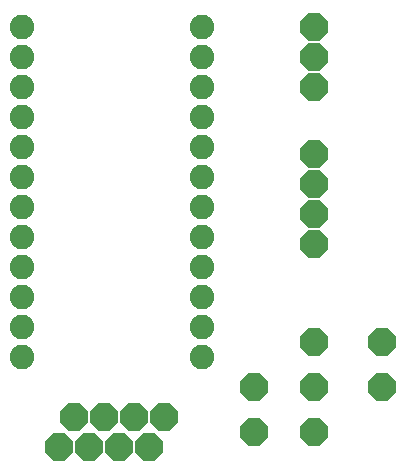
<source format=gbr>
G04 EAGLE Gerber RS-274X export*
G75*
%MOMM*%
%FSLAX34Y34*%
%LPD*%
%INSoldermask Bottom*%
%IPPOS*%
%AMOC8*
5,1,8,0,0,1.08239X$1,22.5*%
G01*
%ADD10P,2.556822X8X22.500000*%
%ADD11C,2.082800*%
%ADD12P,2.556822X8X112.500000*%


D10*
X628650Y215900D03*
X628650Y177800D03*
X628650Y254000D03*
D11*
X381000Y520700D03*
X381000Y495300D03*
X381000Y469900D03*
X381000Y444500D03*
X381000Y419100D03*
X381000Y393700D03*
X381000Y368300D03*
X381000Y342900D03*
X381000Y317500D03*
X381000Y292100D03*
X381000Y266700D03*
X381000Y241300D03*
X533400Y241300D03*
X533400Y266700D03*
X533400Y292100D03*
X533400Y317500D03*
X533400Y342900D03*
X533400Y368300D03*
X533400Y393700D03*
X533400Y419100D03*
X533400Y444500D03*
X533400Y469900D03*
X533400Y495300D03*
X533400Y520700D03*
D10*
X685800Y254000D03*
X685800Y215900D03*
X577850Y177800D03*
X577850Y215900D03*
D12*
X501650Y190500D03*
X488950Y165100D03*
X476250Y190500D03*
X463550Y165100D03*
X450850Y190500D03*
X438150Y165100D03*
X425450Y190500D03*
X412750Y165100D03*
D10*
X628650Y336550D03*
X628650Y361950D03*
X628650Y387350D03*
X628650Y412750D03*
X628650Y469900D03*
X628650Y495300D03*
X628650Y520700D03*
M02*

</source>
